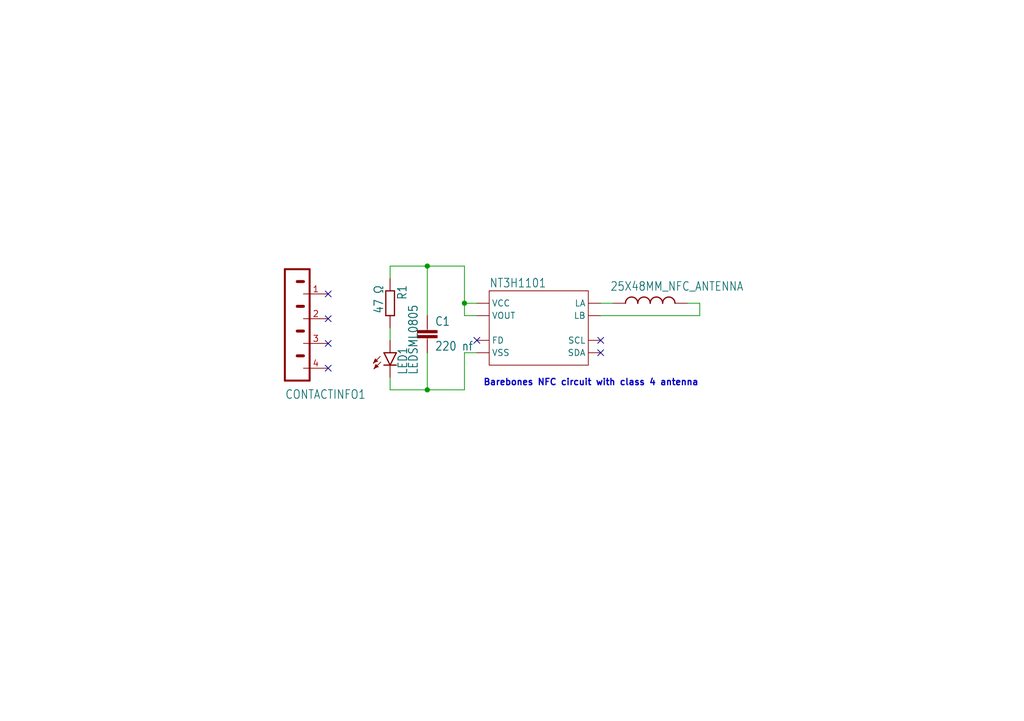
<source format=kicad_sch>
(kicad_sch (version 20230121) (generator eeschema)
  (paper "A5")
  (title_block (title "PCBusinessCard") (date "2019-01-05") (rev "1") (company "Glenn Lopez") (comment 1 "Repo: https://github.com/glennlopez/PCBusinessCard.EDA") (comment 2 "Inspired by: https://www.instructables.com/PCB-Business-Card-With-NFC/") (comment 3 "MIT License") (comment 4 "Github.com/glennlopez"))
  (lib_symbols
    (symbol "NFC_BusinessCard-eagle-import:25X48MM_NFC_ANTENNA"
      (property "Value" "25X48MM_NFC_ANTENNA" (at 5.08 2.54 0))
      (symbol "25X48MM_NFC_ANTENNA_1_0"
        (arc (start 0 -5.08) (mid 1.2645 -3.81) (end 0 -2.54) (stroke (width 0.254)))
        (arc (start 0 -2.54) (mid 1.2645 -1.27) (end 0 0) (stroke (width 0.254)))
        (arc (start 0 0) (mid 1.2645 1.27) (end 0 2.54) (stroke (width 0.254)))
        (arc (start 0 2.54) (mid 1.2645 3.81) (end 0 5.08) (stroke (width 0.254)))
        (pin bidirectional line (at 0 7.62 270) (length 2.54) (name "P$1") (number "P$1"))
        (pin bidirectional line (at 0 -7.62 90) (length 2.54) (name "P$2") (number "P$2"))
      )
    )
    (symbol "NFC_BusinessCard-eagle-import:C-EUC0603"
      (property "Reference" "C" (at 1.524 0.381 0))
      (property "Value" "C-EUC0603" (at 1.524 -4.699 0))
      (symbol "C-EUC0603_1_0"
        (rectangle (start -2.032 -2.032) (end 2.032 -1.524) (fill (type outline)))
        (rectangle (start -2.032 -1.016) (end 2.032 -0.508) (fill (type outline)))
        (polyline (pts (xy 0 -2.54) (xy 0 -2.032)) (stroke (width 0.1524)))
        (polyline (pts (xy 0 0) (xy 0 -0.508)) (stroke (width 0.1524)))
        (pin passive line (at 0 2.54 270) (length 2.54) (name "1") (number "1"))
        (pin passive line (at 0 -5.08 90) (length 2.54) (name "2") (number "2"))
      )
    )
    (symbol "NFC_BusinessCard-eagle-import:HANDLES"
      (property "Value" "HANDLES" (at -1.27 -12.7 0))
      (symbol "HANDLES_1_0"
        (polyline (pts (xy -1.27 12.7) (xy -1.27 -10.16)) (stroke (width 0.4064)))
        (polyline (pts (xy -1.27 12.7) (xy 3.81 12.7)) (stroke (width 0.4064)))
        (polyline (pts (xy 1.27 -5.08) (xy 2.54 -5.08)) (stroke (width 0.6096)))
        (polyline (pts (xy 1.27 0) (xy 2.54 0)) (stroke (width 0.6096)))
        (polyline (pts (xy 1.27 5.08) (xy 2.54 5.08)) (stroke (width 0.6096)))
        (polyline (pts (xy 1.27 10.16) (xy 2.54 10.16)) (stroke (width 0.6096)))
        (polyline (pts (xy 3.81 -10.16) (xy -1.27 -10.16)) (stroke (width 0.4064)))
        (polyline (pts (xy 3.81 -10.16) (xy 3.81 12.7)) (stroke (width 0.4064)))
        (pin passive line (at 7.62 7.62 180) (length 5.08) (name "7") (number "1"))
        (pin passive line (at 7.62 2.54 180) (length 5.08) (name "5") (number "2"))
        (pin passive line (at 7.62 -2.54 180) (length 5.08) (name "3") (number "3"))
        (pin passive line (at 7.62 -7.62 180) (length 5.08) (name "1") (number "4"))
      )
    )
    (symbol "NFC_BusinessCard-eagle-import:LEDSML0805"
      (property "Reference" "LED" (at 3.556 -4.572 90))
      (property "Value" "LEDSML0805" (at 5.715 -4.572 90))
      (symbol "LEDSML0805_1_0"
        (polyline (pts (xy -2.032 -0.762) (xy -3.429 -2.159)) (stroke (width 0.1524)))
        (polyline (pts (xy -1.905 -1.905) (xy -3.302 -3.302)) (stroke (width 0.1524)))
        (polyline (pts (xy 0 -2.54) (xy -1.27 -2.54)) (stroke (width 0.254)))
        (polyline (pts (xy 0 -2.54) (xy -1.27 0)) (stroke (width 0.254)))
        (polyline (pts (xy 0 0) (xy -1.27 0)) (stroke (width 0.254)))
        (polyline (pts (xy 1.27 -2.54) (xy 0 -2.54)) (stroke (width 0.254)))
        (polyline (pts (xy 1.27 0) (xy 0 -2.54)) (stroke (width 0.254)))
        (polyline (pts (xy 1.27 0) (xy 0 0)) (stroke (width 0.254)))
        (polyline (pts (xy -3.429 -2.159) (xy -3.048 -1.27) (xy -2.54 -1.778)) (fill (type outline)))
        (polyline (pts (xy -3.302 -3.302) (xy -2.921 -2.413) (xy -2.413 -2.921)) (fill (type outline)))
        (pin passive line (at 0 2.54 270) (length 2.54) (name "A") (number "A"))
        (pin passive line (at 0 -5.08 90) (length 2.54) (name "C") (number "C"))
      )
    )
    (symbol "NFC_BusinessCard-eagle-import:NT3H"
      (symbol "NT3H_1_0"
        (polyline (pts (xy -10.16 -7.62) (xy 10.16 -7.62)) (stroke (width 0.1524)))
        (polyline (pts (xy -10.16 7.62) (xy -10.16 -7.62)) (stroke (width 0.1524)))
        (polyline (pts (xy 10.16 -7.62) (xy 10.16 7.62)) (stroke (width 0.1524)))
        (polyline (pts (xy 10.16 7.62) (xy -10.16 7.62)) (stroke (width 0.1524)))
        (pin bidirectional line (at -12.7 -2.54 0) (length 2.54) (name "FD") (number "FD"))
        (pin bidirectional line (at 12.7 5.08 180) (length 2.54) (name "LA") (number "LA"))
        (pin bidirectional line (at 12.7 2.54 180) (length 2.54) (name "LB") (number "LB"))
        (pin bidirectional line (at 12.7 -2.54 180) (length 2.54) (name "SCL") (number "SCL"))
        (pin bidirectional line (at 12.7 -5.08 180) (length 2.54) (name "SDA") (number "SDA"))
        (pin bidirectional line (at -12.7 5.08 0) (length 2.54) (name "VCC") (number "VCC"))
        (pin bidirectional line (at -12.7 2.54 0) (length 2.54) (name "VOUT") (number "VOUT"))
        (pin bidirectional line (at -12.7 -5.08 0) (length 2.54) (name "VSS") (number "VSS"))
      )
    )
    (symbol "NFC_BusinessCard-eagle-import:R-EU_R0603"
      (property "Reference" "R" (at -3.81 1.4986 0))
      (property "Value" "R-EU_R0603" (at -3.81 -3.302 0))
      (symbol "R-EU_R0603_1_0"
        (polyline (pts (xy -2.54 -0.889) (xy -2.54 0.889)) (stroke (width 0.254)))
        (polyline (pts (xy -2.54 -0.889) (xy 2.54 -0.889)) (stroke (width 0.254)))
        (polyline (pts (xy 2.54 -0.889) (xy 2.54 0.889)) (stroke (width 0.254)))
        (polyline (pts (xy 2.54 0.889) (xy -2.54 0.889)) (stroke (width 0.254)))
        (pin passive line (at -5.08 0 0) (length 2.54) (name "1") (number "1"))
        (pin passive line (at 5.08 0 180) (length 2.54) (name "2") (number "2"))
      )
    )
  )
  (junction (at 95.25 62.23))
  (junction (at 87.63 80.01))
  (junction (at 87.63 54.61))
  (no_connect (at 123.19 69.85))
  (no_connect (at 123.19 72.39))
  (no_connect (at 67.31 75.565))
  (no_connect (at 67.31 60.325))
  (no_connect (at 67.31 65.405))
  (no_connect (at 67.31 70.485))
  (no_connect (at 97.79 69.85))
  (wire (pts (xy 95.25 54.61) (xy 87.63 54.61)))
  (wire (pts (xy 80.01 77.47) (xy 80.01 80.01)))
  (wire (pts (xy 95.25 64.77) (xy 97.79 64.77)))
  (wire (pts (xy 123.19 62.23) (xy 125.73 62.23)))
  (wire (pts (xy 95.25 80.01) (xy 87.63 80.01)))
  (wire (pts (xy 80.01 69.85) (xy 80.01 67.31)))
  (wire (pts (xy 143.51 62.23) (xy 143.51 64.77)))
  (wire (pts (xy 87.63 54.61) (xy 80.01 54.61)))
  (wire (pts (xy 87.63 72.39) (xy 87.63 80.01)))
  (wire (pts (xy 80.01 54.61) (xy 80.01 57.15)))
  (wire (pts (xy 95.25 62.23) (xy 95.25 54.61)))
  (wire (pts (xy 143.51 64.77) (xy 123.19 64.77)))
  (wire (pts (xy 140.97 62.23) (xy 143.51 62.23)))
  (wire (pts (xy 87.63 64.77) (xy 87.63 54.61)))
  (wire (pts (xy 95.25 62.23) (xy 95.25 64.77)))
  (wire (pts (xy 87.63 80.01) (xy 80.01 80.01)))
  (wire (pts (xy 97.79 62.23) (xy 95.25 62.23)))
  (wire (pts (xy 95.25 72.39) (xy 95.25 80.01)))
  (wire (pts (xy 97.79 72.39) (xy 95.25 72.39)))
  (text "Barebones NFC circuit with class 4 antenna" (at 99.06 79.375 0) (effects (font (size 1.3 1.3) (thickness 0.254) bold) (justify left bottom)))
  (symbol (lib_id "NFC_BusinessCard-eagle-import:HANDLES") (at 59.69 67.945 0) (unit 1)
    (property "Reference" "CONTACTINFO1" (at 58.42 81.915 0) (effects (font (size 1.778 1.5113)) (justify left bottom)))
    (property "Value" "Contact Info" (effects hide))
    (property "Footprint" "NFC_BusinessCard:MA08-1" (effects hide))
  )
  (symbol (lib_id "NFC_BusinessCard-eagle-import:R-EU_R0603") (at 80.01 62.23 270) (unit 1)
    (property "Reference" "R1" (at 81.5086 58.42 0) (effects (font (size 1.778 1.5113)) (justify left bottom)))
    (property "Value" "47 Ω" (at 76.708 58.42 0) (effects (font (size 1.778 1.5113)) (justify left bottom)))
    (property "Footprint" "NFC_BusinessCard:R0603" (effects hide))
  )
  (symbol (lib_id "NFC_BusinessCard-eagle-import:C-EUC0603") (at 87.63 67.31 0) (unit 1)
    (property "Reference" "C1" (at 89.154 66.929 0) (effects (font (size 1.778 1.5113)) (justify left bottom)))
    (property "Value" "220 nf" (at 89.154 72.009 0) (effects (font (size 1.778 1.5113)) (justify left bottom)))
    (property "Footprint" "NFC_BusinessCard:C0603" (effects hide))
  )
  (symbol (lib_id "NFC_BusinessCard-eagle-import:25X48MM_NFC_ANTENNA") (at 133.35 62.23 270) (mirror x) (unit 1)
    (property "Reference" "ANT0" (effects hide))
    (property "Value" "25X48MM_NFC_ANTENNA" (at 125.095 57.785 90) (effects (font (size 1.778 1.5113)) (justify left bottom)))
    (property "Footprint" "NFC_BusinessCard:25X48MM_NFC" (effects hide))
  )
  (symbol (lib_id "NFC_BusinessCard-eagle-import:NT3H") (at 110.49 67.31 0) (unit 1)
    (property "Reference" "NT3H1101" (at 100.33 59.055 0) (effects (font (size 1.778 1.5113)) (justify left bottom)))
    (property "Value" "NT3H" (effects hide))
    (property "Footprint" "NFC_BusinessCard:XQFN8" (effects hide))
  )
  (symbol (lib_id "NFC_BusinessCard-eagle-import:LEDSML0805") (at 80.01 72.39 0) (unit 1)
    (property "Reference" "LED1" (at 83.566 76.962 90) (effects (font (size 1.778 1.5113)) (justify left bottom)))
    (property "Value" "LEDSML0805" (at 85.725 76.962 90) (effects (font (size 1.778 1.5113)) (justify left bottom)))
    (property "Footprint" "NFC_BusinessCard:SML0805" (effects hide))
  )
)
</source>
